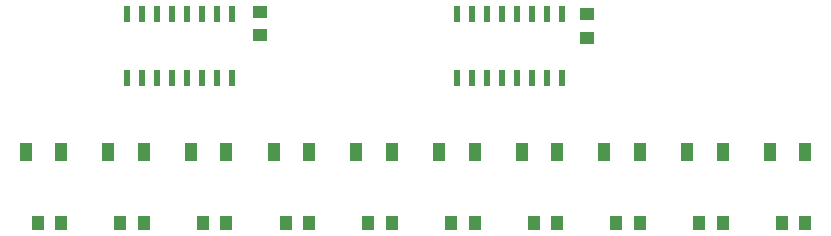
<source format=gbp>
G04*
G04 #@! TF.GenerationSoftware,Altium Limited,Altium Designer,22.9.1 (49)*
G04*
G04 Layer_Color=128*
%FSLAX44Y44*%
%MOMM*%
G71*
G04*
G04 #@! TF.SameCoordinates,82FFAF5D-3DE1-49B7-988C-51480E2A03B1*
G04*
G04*
G04 #@! TF.FilePolarity,Positive*
G04*
G01*
G75*
%ADD18R,1.0000X1.6000*%
%ADD19R,1.2500X1.0000*%
%ADD22R,1.0000X1.2500*%
%ADD43R,0.6000X1.4500*%
D18*
X1030000Y150000D02*
D03*
X1000000D02*
D03*
X960000D02*
D03*
X930000D02*
D03*
X890000D02*
D03*
X860000D02*
D03*
X540000D02*
D03*
X510000D02*
D03*
X610000D02*
D03*
X580000D02*
D03*
X680000D02*
D03*
X650000D02*
D03*
X750000D02*
D03*
X720000D02*
D03*
X820000D02*
D03*
X790000D02*
D03*
X470000D02*
D03*
X440000D02*
D03*
X400000D02*
D03*
X370000D02*
D03*
D19*
X845000Y267000D02*
D03*
Y247000D02*
D03*
X568000Y269000D02*
D03*
Y249000D02*
D03*
D22*
X940000Y90000D02*
D03*
X960000D02*
D03*
X380000D02*
D03*
X400000D02*
D03*
X730000D02*
D03*
X750000D02*
D03*
X590000D02*
D03*
X610000D02*
D03*
X660000D02*
D03*
X680000D02*
D03*
X800000D02*
D03*
X820000D02*
D03*
X1010000D02*
D03*
X1030000D02*
D03*
X870000D02*
D03*
X890000D02*
D03*
X450000D02*
D03*
X470000D02*
D03*
X520000D02*
D03*
X540000D02*
D03*
D43*
X824450Y212750D02*
D03*
X811750D02*
D03*
X799050D02*
D03*
X786350D02*
D03*
X773650D02*
D03*
X760950D02*
D03*
X748250D02*
D03*
X735550D02*
D03*
Y267250D02*
D03*
X748250D02*
D03*
X760950D02*
D03*
X773650D02*
D03*
X786350D02*
D03*
X799050D02*
D03*
X811750D02*
D03*
X824450D02*
D03*
X544450Y212750D02*
D03*
X531750D02*
D03*
X519050D02*
D03*
X506350D02*
D03*
X493650D02*
D03*
X480950D02*
D03*
X468250D02*
D03*
X455550D02*
D03*
Y267250D02*
D03*
X468250D02*
D03*
X480950D02*
D03*
X493650D02*
D03*
X506350D02*
D03*
X519050D02*
D03*
X531750D02*
D03*
X544450D02*
D03*
M02*

</source>
